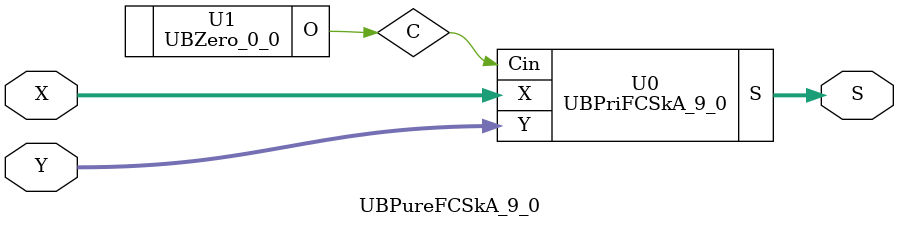
<source format=v>
/*----------------------------------------------------------------------------
  Copyright (c) 2021 Homma laboratory. All rights reserved.

  Top module: UBFCSkA_9_0_9_0

  Operand-1 length: 10
  Operand-2 length: 10
  Two-operand addition algorithm: Carry-skip adder (fixed-block-size)
----------------------------------------------------------------------------*/

module UBHA_0(C, S, X, Y);
  output C;
  output S;
  input X;
  input Y;
  assign C = X & Y;
  assign S = X ^ Y;
endmodule

module UBPFA_0(Co, S, P, X, Y, Ci);
  output Co;
  output P;
  output S;
  input Ci;
  input X;
  input Y;
  wire C_0;
  wire C_1;
  wire S_0;
  assign Co = C_0 | C_1;
  assign P = S_0;
  UBHA_0 U0 (C_0, S_0, X, Y);
  UBHA_0 U1 (C_1, S, S_0, Ci);
endmodule

module UBHA_1(C, S, X, Y);
  output C;
  output S;
  input X;
  input Y;
  assign C = X & Y;
  assign S = X ^ Y;
endmodule

module UBPFA_1(Co, S, P, X, Y, Ci);
  output Co;
  output P;
  output S;
  input Ci;
  input X;
  input Y;
  wire C_0;
  wire C_1;
  wire S_0;
  assign Co = C_0 | C_1;
  assign P = S_0;
  UBHA_1 U0 (C_0, S_0, X, Y);
  UBHA_1 U1 (C_1, S, S_0, Ci);
endmodule

module UBCSkB_1_0(Co, S, X, Y, Ci);
  output Co;
  output [1:0] S;
  input Ci;
  input [1:0] X;
  input [1:0] Y;
  wire C1;
  wire C2;
  wire P0;
  wire P1;
  wire Sk;
  assign Sk = ( P0 & P1 ) & Ci;
  assign Co = C2 | Sk;
  UBPFA_0 U0 (C1, S[0], P0, X[0], Y[0], Ci);
  UBPFA_1 U1 (C2, S[1], P1, X[1], Y[1], C1);
endmodule

module UBHA_2(C, S, X, Y);
  output C;
  output S;
  input X;
  input Y;
  assign C = X & Y;
  assign S = X ^ Y;
endmodule

module UBPFA_2(Co, S, P, X, Y, Ci);
  output Co;
  output P;
  output S;
  input Ci;
  input X;
  input Y;
  wire C_0;
  wire C_1;
  wire S_0;
  assign Co = C_0 | C_1;
  assign P = S_0;
  UBHA_2 U0 (C_0, S_0, X, Y);
  UBHA_2 U1 (C_1, S, S_0, Ci);
endmodule

module UBHA_3(C, S, X, Y);
  output C;
  output S;
  input X;
  input Y;
  assign C = X & Y;
  assign S = X ^ Y;
endmodule

module UBPFA_3(Co, S, P, X, Y, Ci);
  output Co;
  output P;
  output S;
  input Ci;
  input X;
  input Y;
  wire C_0;
  wire C_1;
  wire S_0;
  assign Co = C_0 | C_1;
  assign P = S_0;
  UBHA_3 U0 (C_0, S_0, X, Y);
  UBHA_3 U1 (C_1, S, S_0, Ci);
endmodule

module UBCSkB_3_2(Co, S, X, Y, Ci);
  output Co;
  output [3:2] S;
  input Ci;
  input [3:2] X;
  input [3:2] Y;
  wire C3;
  wire C4;
  wire P2;
  wire P3;
  wire Sk;
  assign Sk = ( P2 & P3 ) & Ci;
  assign Co = C4 | Sk;
  UBPFA_2 U0 (C3, S[2], P2, X[2], Y[2], Ci);
  UBPFA_3 U1 (C4, S[3], P3, X[3], Y[3], C3);
endmodule

module UBHA_4(C, S, X, Y);
  output C;
  output S;
  input X;
  input Y;
  assign C = X & Y;
  assign S = X ^ Y;
endmodule

module UBPFA_4(Co, S, P, X, Y, Ci);
  output Co;
  output P;
  output S;
  input Ci;
  input X;
  input Y;
  wire C_0;
  wire C_1;
  wire S_0;
  assign Co = C_0 | C_1;
  assign P = S_0;
  UBHA_4 U0 (C_0, S_0, X, Y);
  UBHA_4 U1 (C_1, S, S_0, Ci);
endmodule

module UBHA_5(C, S, X, Y);
  output C;
  output S;
  input X;
  input Y;
  assign C = X & Y;
  assign S = X ^ Y;
endmodule

module UBPFA_5(Co, S, P, X, Y, Ci);
  output Co;
  output P;
  output S;
  input Ci;
  input X;
  input Y;
  wire C_0;
  wire C_1;
  wire S_0;
  assign Co = C_0 | C_1;
  assign P = S_0;
  UBHA_5 U0 (C_0, S_0, X, Y);
  UBHA_5 U1 (C_1, S, S_0, Ci);
endmodule

module UBCSkB_5_4(Co, S, X, Y, Ci);
  output Co;
  output [5:4] S;
  input Ci;
  input [5:4] X;
  input [5:4] Y;
  wire C5;
  wire C6;
  wire P4;
  wire P5;
  wire Sk;
  assign Sk = ( P4 & P5 ) & Ci;
  assign Co = C6 | Sk;
  UBPFA_4 U0 (C5, S[4], P4, X[4], Y[4], Ci);
  UBPFA_5 U1 (C6, S[5], P5, X[5], Y[5], C5);
endmodule

module UBHA_6(C, S, X, Y);
  output C;
  output S;
  input X;
  input Y;
  assign C = X & Y;
  assign S = X ^ Y;
endmodule

module UBPFA_6(Co, S, P, X, Y, Ci);
  output Co;
  output P;
  output S;
  input Ci;
  input X;
  input Y;
  wire C_0;
  wire C_1;
  wire S_0;
  assign Co = C_0 | C_1;
  assign P = S_0;
  UBHA_6 U0 (C_0, S_0, X, Y);
  UBHA_6 U1 (C_1, S, S_0, Ci);
endmodule

module UBHA_7(C, S, X, Y);
  output C;
  output S;
  input X;
  input Y;
  assign C = X & Y;
  assign S = X ^ Y;
endmodule

module UBPFA_7(Co, S, P, X, Y, Ci);
  output Co;
  output P;
  output S;
  input Ci;
  input X;
  input Y;
  wire C_0;
  wire C_1;
  wire S_0;
  assign Co = C_0 | C_1;
  assign P = S_0;
  UBHA_7 U0 (C_0, S_0, X, Y);
  UBHA_7 U1 (C_1, S, S_0, Ci);
endmodule

module UBCSkB_7_6(Co, S, X, Y, Ci);
  output Co;
  output [7:6] S;
  input Ci;
  input [7:6] X;
  input [7:6] Y;
  wire C7;
  wire C8;
  wire P6;
  wire P7;
  wire Sk;
  assign Sk = ( P6 & P7 ) & Ci;
  assign Co = C8 | Sk;
  UBPFA_6 U0 (C7, S[6], P6, X[6], Y[6], Ci);
  UBPFA_7 U1 (C8, S[7], P7, X[7], Y[7], C7);
endmodule

module UBHA_8(C, S, X, Y);
  output C;
  output S;
  input X;
  input Y;
  assign C = X & Y;
  assign S = X ^ Y;
endmodule

module UBPFA_8(Co, S, P, X, Y, Ci);
  output Co;
  output P;
  output S;
  input Ci;
  input X;
  input Y;
  wire C_0;
  wire C_1;
  wire S_0;
  assign Co = C_0 | C_1;
  assign P = S_0;
  UBHA_8 U0 (C_0, S_0, X, Y);
  UBHA_8 U1 (C_1, S, S_0, Ci);
endmodule

module UBHA_9(C, S, X, Y);
  output C;
  output S;
  input X;
  input Y;
  assign C = X & Y;
  assign S = X ^ Y;
endmodule

module UBPFA_9(Co, S, P, X, Y, Ci);
  output Co;
  output P;
  output S;
  input Ci;
  input X;
  input Y;
  wire C_0;
  wire C_1;
  wire S_0;
  assign Co = C_0 | C_1;
  assign P = S_0;
  UBHA_9 U0 (C_0, S_0, X, Y);
  UBHA_9 U1 (C_1, S, S_0, Ci);
endmodule

module UBCSkB_9_8(Co, S, X, Y, Ci);
  output Co;
  output [9:8] S;
  input Ci;
  input [9:8] X;
  input [9:8] Y;
  wire C10;
  wire C9;
  wire P8;
  wire P9;
  wire Sk;
  assign Sk = ( P8 & P9 ) & Ci;
  assign Co = C10 | Sk;
  UBPFA_8 U0 (C9, S[8], P8, X[8], Y[8], Ci);
  UBPFA_9 U1 (C10, S[9], P9, X[9], Y[9], C9);
endmodule

module UBPriFCSkA_9_0(S, X, Y, Cin);
  output [10:0] S;
  input Cin;
  input [9:0] X;
  input [9:0] Y;
  wire C2;
  wire C4;
  wire C6;
  wire C8;
  UBCSkB_1_0 U0 (C2, S[1:0], X[1:0], Y[1:0], Cin);
  UBCSkB_3_2 U1 (C4, S[3:2], X[3:2], Y[3:2], C2);
  UBCSkB_5_4 U2 (C6, S[5:4], X[5:4], Y[5:4], C4);
  UBCSkB_7_6 U3 (C8, S[7:6], X[7:6], Y[7:6], C6);
  UBCSkB_9_8 U4 (S[10], S[9:8], X[9:8], Y[9:8], C8);
endmodule

module UBZero_0_0(O);
  output [0:0] O;
  assign O[0] = 0;
endmodule

module UBFCSkA_9_0_9_0 (S, X, Y);
  output [10:0] S;
  input [9:0] X;
  input [9:0] Y;
  UBPureFCSkA_9_0 U0 (S[10:0], X[9:0], Y[9:0]);
endmodule

module UBPureFCSkA_9_0 (S, X, Y);
  output [10:0] S;
  input [9:0] X;
  input [9:0] Y;
  wire C;
  UBPriFCSkA_9_0 U0 (S, X, Y, C);
  UBZero_0_0 U1 (C);
endmodule


</source>
